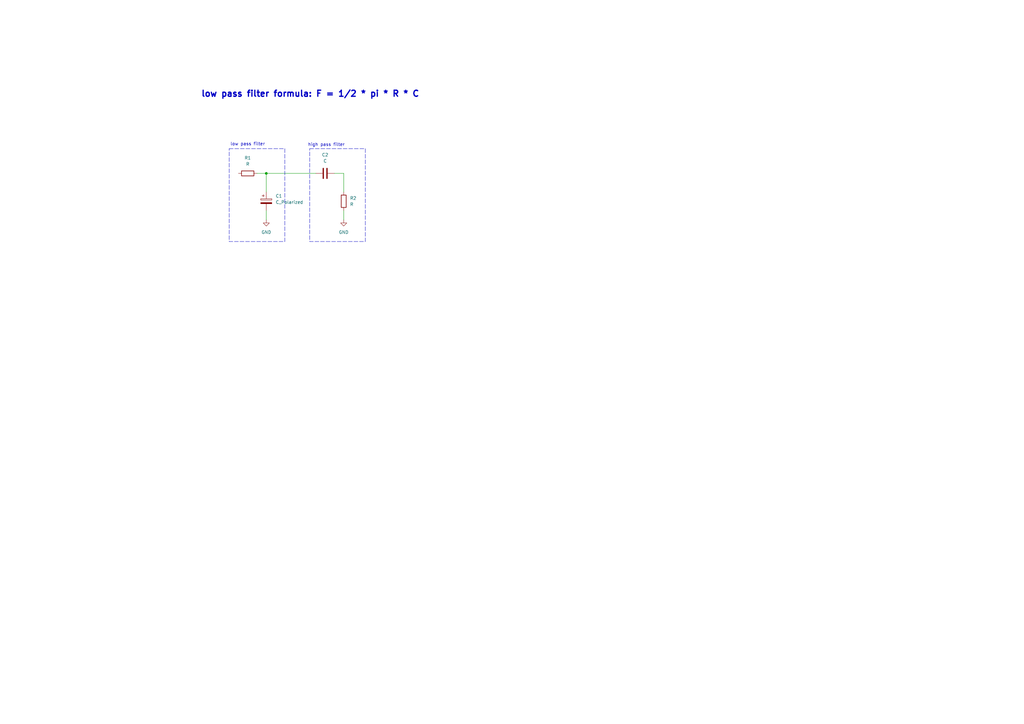
<source format=kicad_sch>
(kicad_sch (version 20231120) (generator "eeschema") (generator_version "8.0")
  (paper "A3")
  (lib_symbols
    (symbol "Device:C" (pin_numbers hide) (pin_names (offset 0.254))
      (property "Reference" "C" (at 0.635 2.54 0))
      (property "Value" "C" (at 0.635 -2.54 0))
      (symbol "C_0_1"
        (polyline (pts (xy -2.032 -0.762) (xy 2.032 -0.762)) (stroke (width 0.508)))
        (polyline (pts (xy -2.032 0.762) (xy 2.032 0.762)) (stroke (width 0.508)))
      )
      (symbol "C_1_1"
        (pin passive line (at 0 3.81 270) (length 2.794) (name "~") (number "1"))
        (pin passive line (at 0 -3.81 90) (length 2.794) (name "~") (number "2"))
      )
    )
    (symbol "Device:C_Polarized" (pin_numbers hide) (pin_names (offset 0.254))
      (property "Reference" "C" (at 0.635 2.54 0))
      (property "Value" "C_Polarized" (at 0.635 -2.54 0))
      (symbol "C_Polarized_0_1"
        (rectangle (start -2.286 0.508) (end 2.286 1.016))
        (polyline (pts (xy -1.778 2.286) (xy -0.762 2.286)))
        (polyline (pts (xy -1.27 2.794) (xy -1.27 1.778)))
        (rectangle (start 2.286 -0.508) (end -2.286 -1.016) (fill (type outline)))
      )
      (symbol "C_Polarized_1_1"
        (pin passive line (at 0 3.81 270) (length 2.794) (name "~") (number "1"))
        (pin passive line (at 0 -3.81 90) (length 2.794) (name "~") (number "2"))
      )
    )
    (symbol "Device:R" (pin_numbers hide) (pin_names (offset 0))
      (property "Reference" "R" (at 2.032 0 90))
      (property "Value" "R" (at 0 0 90))
      (symbol "R_0_1"
        (rectangle (start -1.016 -2.54) (end 1.016 2.54) (stroke (width 0.254)))
      )
      (symbol "R_1_1"
        (pin passive line (at 0 3.81 270) (length 1.27) (name "~") (number "1"))
        (pin passive line (at 0 -3.81 90) (length 1.27) (name "~") (number "2"))
      )
    )
    (symbol "power:GND" (power) (pin_numbers hide) (pin_names (offset 0) hide)
      (property "Value" "GND" (at 0 -3.81 0))
      (symbol "GND_0_1"
        (polyline (pts (xy 0 0) (xy 0 -1.27) (xy 1.27 -1.27) (xy 0 -2.54) (xy -1.27 -1.27) (xy 0 -1.27)))
      )
      (symbol "GND_1_1"
        (pin power_in line (at 0 0 270) (length 0) (name "~") (number "1"))
      )
    )
  )
  (junction (at 109.22 71.12))
  (wire (pts (xy 109.22 71.12) (xy 109.22 78.74)))
  (wire (pts (xy 140.97 71.12) (xy 137.16 71.12)))
  (wire (pts (xy 105.41 71.12) (xy 109.22 71.12)))
  (wire (pts (xy 109.22 86.36) (xy 109.22 90.17)))
  (wire (pts (xy 109.22 71.12) (xy 129.54 71.12)))
  (wire (pts (xy 140.97 86.36) (xy 140.97 90.17)))
  (wire (pts (xy 140.97 78.74) (xy 140.97 71.12)))
  (rectangle (start 93.98 60.96) (end 116.84 99.06) (stroke (width 0) (type dash)))
  (rectangle (start 127 60.96) (end 149.86 99.06) (stroke (width 0) (type dash)))
  (text "low pass filter formula: F = 1/2 * pi * R * C" (at 127.254 38.608 0) (effects (font (size 2.5 2.5) (thickness 0.5) (bold yes))))
  (text "low pass filter" (at 101.6 59.182 0) (effects (font (size 1.27 1.27))))
  (text "high pass filter" (at 133.858 59.436 0) (effects (font (size 1.27 1.27))))
  (symbol (lib_id "Device:C_Polarized") (at 109.22 82.55 0) (unit 1)
    (property "Reference" "C1" (at 113.03 80.3909 0) (effects (justify left)))
    (property "Value" "C_Polarized" (at 113.03 82.9309 0) (effects (justify left)))
    (property "Description" "Polarized capacitor" (effects (hide yes)))
  )
  (symbol (lib_id "Device:R") (at 101.6 71.12 90) (unit 1)
    (property "Reference" "R1" (at 101.6 64.77 90))
    (property "Value" "R" (at 101.6 67.31 90))
    (property "Description" "Resistor" (effects (hide yes)))
  )
  (symbol (lib_id "power:GND") (at 140.97 90.17 0) (unit 1)
    (property "Reference" "#PWR2" (effects (hide yes)))
    (property "Value" "GND" (at 140.97 95.25 0))
    (property "Description" "Power symbol creates a global label with name \"GND\" , ground" (effects (hide yes)))
  )
  (symbol (lib_id "Device:C") (at 133.35 71.12 90) (unit 1)
    (property "Reference" "C2" (at 133.35 63.5 90))
    (property "Value" "C" (at 133.35 66.04 90))
    (property "Description" "Unpolarized capacitor" (effects (hide yes)))
  )
  (symbol (lib_id "power:GND") (at 109.22 90.17 0) (unit 1)
    (property "Reference" "#PWR1" (effects (hide yes)))
    (property "Value" "GND" (at 109.22 95.25 0))
    (property "Description" "Power symbol creates a global label with name \"GND\" , ground" (effects (hide yes)))
  )
  (symbol (lib_id "Device:R") (at 140.97 82.55 0) (unit 1)
    (property "Reference" "R2" (at 143.51 81.2799 0) (effects (justify left)))
    (property "Value" "R" (at 143.51 83.8199 0) (effects (justify left)))
    (property "Description" "Resistor" (effects (hide yes)))
  )
)
</source>
